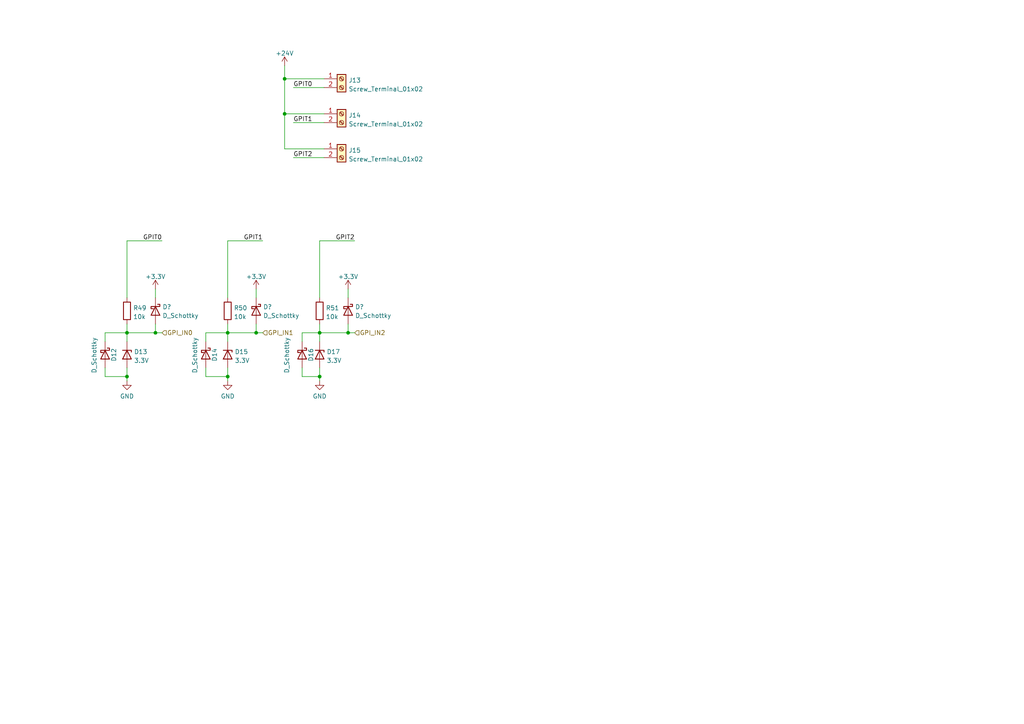
<source format=kicad_sch>
(kicad_sch (version 20211123) (generator eeschema)
  (paper "A4")
  (title_block (title "FloatPUMP Schematics") (date "2022-11-11") (rev "1.0") (company "robtor.de") (comment 1 "Controller board for up to 3 water pumps") (comment 2 "measuring capabilities with piezoresistive pressure sensors") (comment 3 "sensor input Range 4mA-20mA"))
  (lib_symbols
    (symbol "Connector:Screw_Terminal_01x02" (pin_names (offset 1.016) hide)
      (property "Reference" "J" (at 0 2.54 0))
      (property "Value" "Screw_Terminal_01x02" (at 0 -5.08 0))
      (symbol "Screw_Terminal_01x02_1_1"
        (rectangle (start -1.27 1.27) (end 1.27 -3.81) (stroke (width 0.254)) (fill (type background)))
        (circle (center 0 -2.54) (radius 0.635) (stroke (width 0.1524)))
        (polyline (pts (xy -0.5334 -2.2098) (xy 0.3302 -3.048)) (stroke (width 0.1524)))
        (polyline (pts (xy -0.5334 0.3302) (xy 0.3302 -0.508)) (stroke (width 0.1524)))
        (polyline (pts (xy -0.3556 -2.032) (xy 0.508 -2.8702)) (stroke (width 0.1524)))
        (polyline (pts (xy -0.3556 0.508) (xy 0.508 -0.3302)) (stroke (width 0.1524)))
        (circle (center 0 0) (radius 0.635) (stroke (width 0.1524)))
        (pin passive line (at -5.08 0 0) (length 3.81) (name "Pin_1") (number "1"))
        (pin passive line (at -5.08 -2.54 0) (length 3.81) (name "Pin_2") (number "2"))
      )
    )
    (symbol "Device:D_Schottky" (pin_numbers hide) (pin_names (offset 1.016) hide)
      (property "Reference" "D" (at 0 2.54 0))
      (property "Value" "D_Schottky" (at 0 -2.54 0))
      (symbol "D_Schottky_0_1"
        (polyline (pts (xy 1.27 0) (xy -1.27 0)))
        (polyline (pts (xy 1.27 1.27) (xy 1.27 -1.27) (xy -1.27 0) (xy 1.27 1.27)) (stroke (width 0.254)))
        (polyline (pts (xy -1.905 0.635) (xy -1.905 1.27) (xy -1.27 1.27) (xy -1.27 -1.27) (xy -0.635 -1.27) (xy -0.635 -0.635)) (stroke (width 0.254)))
      )
      (symbol "D_Schottky_1_1"
        (pin passive line (at -3.81 0 0) (length 2.54) (name "K") (number "1"))
        (pin passive line (at 3.81 0 180) (length 2.54) (name "A") (number "2"))
      )
    )
    (symbol "Device:D_Zener" (pin_numbers hide) (pin_names (offset 1.016) hide)
      (property "Reference" "D" (at 0 2.54 0))
      (property "Value" "D_Zener" (at 0 -2.54 0))
      (symbol "D_Zener_0_1"
        (polyline (pts (xy 1.27 0) (xy -1.27 0)))
        (polyline (pts (xy -1.27 -1.27) (xy -1.27 1.27) (xy -0.762 1.27)) (stroke (width 0.254)))
        (polyline (pts (xy 1.27 -1.27) (xy 1.27 1.27) (xy -1.27 0) (xy 1.27 -1.27)) (stroke (width 0.254)))
      )
      (symbol "D_Zener_1_1"
        (pin passive line (at -3.81 0 0) (length 2.54) (name "K") (number "1"))
        (pin passive line (at 3.81 0 180) (length 2.54) (name "A") (number "2"))
      )
    )
    (symbol "Device:R" (pin_numbers hide) (pin_names (offset 0))
      (property "Reference" "R" (at 2.032 0 90))
      (property "Value" "R" (at 0 0 90))
      (symbol "R_0_1"
        (rectangle (start -1.016 -2.54) (end 1.016 2.54) (stroke (width 0.254)))
      )
      (symbol "R_1_1"
        (pin passive line (at 0 3.81 270) (length 1.27) (name "~") (number "1"))
        (pin passive line (at 0 -3.81 90) (length 1.27) (name "~") (number "2"))
      )
    )
    (symbol "power:+24V" (power) (pin_names (offset 0))
      (property "Value" "+24V" (at 0 3.556 0))
      (symbol "+24V_0_1"
        (polyline (pts (xy -0.762 1.27) (xy 0 2.54)))
        (polyline (pts (xy 0 0) (xy 0 2.54)))
        (polyline (pts (xy 0 2.54) (xy 0.762 1.27)))
      )
      (symbol "+24V_1_1"
        (pin power_in line (at 0 0 90) (length 0) hide (name "+24V") (number "1"))
      )
    )
    (symbol "power:+3.3V" (power) (pin_names (offset 0))
      (property "Value" "+3.3V" (at 0 3.556 0))
      (symbol "+3.3V_0_1"
        (polyline (pts (xy -0.762 1.27) (xy 0 2.54)))
        (polyline (pts (xy 0 0) (xy 0 2.54)))
        (polyline (pts (xy 0 2.54) (xy 0.762 1.27)))
      )
      (symbol "+3.3V_1_1"
        (pin power_in line (at 0 0 90) (length 0) hide (name "+3.3V") (number "1"))
      )
    )
    (symbol "power:GND" (power) (pin_names (offset 0))
      (property "Value" "GND" (at 0 -3.81 0))
      (symbol "GND_0_1"
        (polyline (pts (xy 0 0) (xy 0 -1.27) (xy 1.27 -1.27) (xy 0 -2.54) (xy -1.27 -1.27) (xy 0 -1.27)))
      )
      (symbol "GND_1_1"
        (pin power_in line (at 0 0 270) (length 0) hide (name "GND") (number "1"))
      )
    )
  )
  (junction (at 66.04 109.22))
  (junction (at 36.83 96.52))
  (junction (at 74.295 96.52))
  (junction (at 92.71 109.22))
  (junction (at 45.085 96.52))
  (junction (at 82.55 22.86))
  (junction (at 82.55 33.02))
  (junction (at 92.71 96.52))
  (junction (at 66.04 96.52))
  (junction (at 36.83 109.22))
  (junction (at 100.965 96.52))
  (wire (pts (xy 100.965 93.98) (xy 100.965 96.52)))
  (wire (pts (xy 93.98 43.18) (xy 82.55 43.18)))
  (wire (pts (xy 92.71 109.22) (xy 92.71 110.49)))
  (wire (pts (xy 74.295 83.82) (xy 74.295 86.36)))
  (wire (pts (xy 30.48 99.06) (xy 30.48 96.52)))
  (wire (pts (xy 30.48 109.22) (xy 30.48 106.68)))
  (wire (pts (xy 30.48 96.52) (xy 36.83 96.52)))
  (wire (pts (xy 82.55 22.86) (xy 82.55 33.02)))
  (wire (pts (xy 85.09 45.72) (xy 93.98 45.72)))
  (wire (pts (xy 36.83 93.98) (xy 36.83 96.52)))
  (wire (pts (xy 92.71 93.98) (xy 92.71 96.52)))
  (wire (pts (xy 66.04 109.22) (xy 59.69 109.22)))
  (wire (pts (xy 36.83 96.52) (xy 36.83 99.06)))
  (wire (pts (xy 82.55 43.18) (xy 82.55 33.02)))
  (wire (pts (xy 36.83 96.52) (xy 45.085 96.52)))
  (wire (pts (xy 36.83 86.36) (xy 36.83 69.85)))
  (wire (pts (xy 59.69 109.22) (xy 59.69 106.68)))
  (wire (pts (xy 59.69 99.06) (xy 59.69 96.52)))
  (wire (pts (xy 82.55 33.02) (xy 93.98 33.02)))
  (wire (pts (xy 59.69 96.52) (xy 66.04 96.52)))
  (wire (pts (xy 45.085 93.98) (xy 45.085 96.52)))
  (wire (pts (xy 85.09 25.4) (xy 93.98 25.4)))
  (wire (pts (xy 92.71 109.22) (xy 87.63 109.22)))
  (wire (pts (xy 66.04 106.68) (xy 66.04 109.22)))
  (wire (pts (xy 66.04 86.36) (xy 66.04 69.85)))
  (wire (pts (xy 66.04 96.52) (xy 66.04 99.06)))
  (wire (pts (xy 93.98 22.86) (xy 82.55 22.86)))
  (wire (pts (xy 36.83 109.22) (xy 36.83 110.49)))
  (wire (pts (xy 100.965 83.82) (xy 100.965 86.36)))
  (wire (pts (xy 100.965 96.52) (xy 102.87 96.52)))
  (wire (pts (xy 36.83 69.85) (xy 46.99 69.85)))
  (wire (pts (xy 36.83 106.68) (xy 36.83 109.22)))
  (wire (pts (xy 87.63 109.22) (xy 87.63 106.68)))
  (wire (pts (xy 92.71 69.85) (xy 102.87 69.85)))
  (wire (pts (xy 66.04 109.22) (xy 66.04 110.49)))
  (wire (pts (xy 92.71 96.52) (xy 92.71 99.06)))
  (wire (pts (xy 87.63 96.52) (xy 92.71 96.52)))
  (wire (pts (xy 66.04 69.85) (xy 76.2 69.85)))
  (wire (pts (xy 82.55 19.05) (xy 82.55 22.86)))
  (wire (pts (xy 85.09 35.56) (xy 93.98 35.56)))
  (wire (pts (xy 36.83 109.22) (xy 30.48 109.22)))
  (wire (pts (xy 74.295 93.98) (xy 74.295 96.52)))
  (wire (pts (xy 45.085 96.52) (xy 46.99 96.52)))
  (wire (pts (xy 92.71 86.36) (xy 92.71 69.85)))
  (wire (pts (xy 74.295 96.52) (xy 76.2 96.52)))
  (wire (pts (xy 92.71 96.52) (xy 100.965 96.52)))
  (wire (pts (xy 92.71 106.68) (xy 92.71 109.22)))
  (wire (pts (xy 66.04 93.98) (xy 66.04 96.52)))
  (wire (pts (xy 66.04 96.52) (xy 74.295 96.52)))
  (wire (pts (xy 87.63 99.06) (xy 87.63 96.52)))
  (wire (pts (xy 45.085 83.82) (xy 45.085 86.36)))
  (label "GPIT1" (at 76.2 69.85 180))
  (label "GPIT1" (at 85.09 35.56 0))
  (label "GPIT0" (at 46.99 69.85 180))
  (label "GPIT0" (at 85.09 25.4 0))
  (label "GPIT2" (at 85.09 45.72 0))
  (label "GPIT2" (at 102.87 69.85 180))
  (hierarchical_label "GPI_IN0" (shape input) (at 46.99 96.52 0))
  (hierarchical_label "GPI_IN2" (shape input) (at 102.87 96.52 0))
  (hierarchical_label "GPI_IN1" (shape input) (at 76.2 96.52 0))
  (symbol (lib_id "power:+24V") (at 82.55 19.05 0) (unit 1)
    (property "Reference" "#PWR065" (effects hide))
    (property "Value" "+24V" (at 82.55 15.4742 0))
  )
  (symbol (lib_id "power:GND") (at 36.83 110.49 0) (unit 1)
    (property "Reference" "#PWR063" (effects hide))
    (property "Value" "GND" (at 36.83 114.9334 0))
  )
  (symbol (lib_id "Device:D_Schottky") (at 87.63 102.87 270) (unit 1)
    (property "Reference" "D16" (at 90.17 100.965 0) (effects (justify left)))
    (property "Value" "D_Schottky" (at 83.185 97.79 0) (effects (justify left)))
  )
  (symbol (lib_id "Device:D_Schottky") (at 45.085 90.17 270) (unit 1)
    (property "Reference" "D?" (at 47.117 89.0178 90) (effects (justify left)))
    (property "Value" "D_Schottky" (at 47.117 91.5547 90) (effects (justify left)))
  )
  (symbol (lib_id "Device:D_Schottky") (at 74.295 90.17 270) (unit 1)
    (property "Reference" "D?" (at 76.327 89.0178 90) (effects (justify left)))
    (property "Value" "D_Schottky" (at 76.327 91.5547 90) (effects (justify left)))
  )
  (symbol (lib_id "power:+3.3V") (at 100.965 83.82 0) (unit 1)
    (property "Reference" "#PWR?" (effects hide))
    (property "Value" "+3.3V" (at 100.965 80.2442 0))
  )
  (symbol (lib_id "Connector:Screw_Terminal_01x02") (at 99.06 22.86 0) (unit 1)
    (property "Reference" "J13" (at 101.092 23.2953 0) (effects (justify left)))
    (property "Value" "Screw_Terminal_01x02" (at 101.092 25.8322 0) (effects (justify left)))
  )
  (symbol (lib_id "Device:R") (at 36.83 90.17 0) (unit 1)
    (property "Reference" "R49" (at 38.608 89.3353 0) (effects (justify left)))
    (property "Value" "10k" (at 38.608 91.8722 0) (effects (justify left)))
  )
  (symbol (lib_id "power:GND") (at 66.04 110.49 0) (unit 1)
    (property "Reference" "#PWR064" (effects hide))
    (property "Value" "GND" (at 66.04 114.9334 0))
  )
  (symbol (lib_id "power:+3.3V") (at 74.295 83.82 0) (unit 1)
    (property "Reference" "#PWR?" (effects hide))
    (property "Value" "+3.3V" (at 74.295 80.2442 0))
  )
  (symbol (lib_id "Connector:Screw_Terminal_01x02") (at 99.06 43.18 0) (unit 1)
    (property "Reference" "J15" (at 101.092 43.6153 0) (effects (justify left)))
    (property "Value" "Screw_Terminal_01x02" (at 101.092 46.1522 0) (effects (justify left)))
  )
  (symbol (lib_id "Device:D_Zener") (at 92.71 102.87 270) (unit 1)
    (property "Reference" "D17" (at 94.742 102.0353 90) (effects (justify left)))
    (property "Value" "3.3V" (at 94.742 104.5722 90) (effects (justify left)))
  )
  (symbol (lib_id "Device:D_Zener") (at 66.04 102.87 270) (unit 1)
    (property "Reference" "D15" (at 68.072 102.0353 90) (effects (justify left)))
    (property "Value" "3.3V" (at 68.072 104.5722 90) (effects (justify left)))
  )
  (symbol (lib_id "power:GND") (at 92.71 110.49 0) (unit 1)
    (property "Reference" "#PWR066" (effects hide))
    (property "Value" "GND" (at 92.71 114.9334 0))
  )
  (symbol (lib_id "Device:D_Schottky") (at 100.965 90.17 270) (unit 1)
    (property "Reference" "D?" (at 102.997 89.0178 90) (effects (justify left)))
    (property "Value" "D_Schottky" (at 102.997 91.5547 90) (effects (justify left)))
  )
  (symbol (lib_id "Device:R") (at 66.04 90.17 0) (unit 1)
    (property "Reference" "R50" (at 67.818 89.3353 0) (effects (justify left)))
    (property "Value" "10k" (at 67.818 91.8722 0) (effects (justify left)))
  )
  (symbol (lib_id "Device:D_Zener") (at 36.83 102.87 270) (unit 1)
    (property "Reference" "D13" (at 38.862 102.0353 90) (effects (justify left)))
    (property "Value" "3.3V" (at 38.862 104.5722 90) (effects (justify left)))
  )
  (symbol (lib_id "Device:R") (at 92.71 90.17 0) (unit 1)
    (property "Reference" "R51" (at 94.488 89.3353 0) (effects (justify left)))
    (property "Value" "10k" (at 94.488 91.8722 0) (effects (justify left)))
  )
  (symbol (lib_id "Device:D_Schottky") (at 59.69 102.87 270) (unit 1)
    (property "Reference" "D14" (at 62.23 100.965 0) (effects (justify left)))
    (property "Value" "D_Schottky" (at 56.515 97.79 0) (effects (justify left)))
  )
  (symbol (lib_id "Device:D_Schottky") (at 30.48 102.87 270) (unit 1)
    (property "Reference" "D12" (at 33.02 100.965 0) (effects (justify left)))
    (property "Value" "D_Schottky" (at 27.305 97.79 0) (effects (justify left)))
  )
  (symbol (lib_id "power:+3.3V") (at 45.085 83.82 0) (unit 1)
    (property "Reference" "#PWR?" (effects hide))
    (property "Value" "+3.3V" (at 45.085 80.2442 0))
  )
  (symbol (lib_id "Connector:Screw_Terminal_01x02") (at 99.06 33.02 0) (unit 1)
    (property "Reference" "J14" (at 101.092 33.4553 0) (effects (justify left)))
    (property "Value" "Screw_Terminal_01x02" (at 101.092 35.9922 0) (effects (justify left)))
  )
)
</source>
